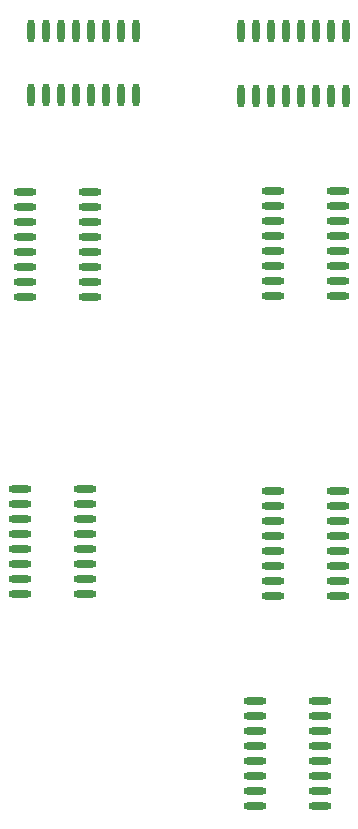
<source format=gbr>
%TF.GenerationSoftware,KiCad,Pcbnew,(6.0.4)*%
%TF.CreationDate,2022-08-09T11:31:43-04:00*%
%TF.ProjectId,pcb,7063622e-6b69-4636-9164-5f7063625858,rev?*%
%TF.SameCoordinates,Original*%
%TF.FileFunction,Paste,Top*%
%TF.FilePolarity,Positive*%
%FSLAX46Y46*%
G04 Gerber Fmt 4.6, Leading zero omitted, Abs format (unit mm)*
G04 Created by KiCad (PCBNEW (6.0.4)) date 2022-08-09 11:31:43*
%MOMM*%
%LPD*%
G01*
G04 APERTURE LIST*
%ADD10O,1.970993X0.602007*%
%ADD11O,0.602007X1.970993*%
G04 APERTURE END LIST*
D10*
%TO.C,U2*%
X82557101Y-117449600D03*
X82557101Y-118719603D03*
X82557101Y-119989605D03*
X82557101Y-121259608D03*
X82557101Y-122529610D03*
X82557101Y-123799613D03*
X82557101Y-125069615D03*
X82557101Y-126339618D03*
X88028271Y-126339618D03*
X88028271Y-125069615D03*
X88028271Y-123799613D03*
X88028271Y-122529610D03*
X88028271Y-121259608D03*
X88028271Y-119989605D03*
X88028271Y-118719603D03*
X88028271Y-117449600D03*
%TD*%
D11*
%TO.C,U5*%
X110159809Y-78671019D03*
X108889806Y-78671019D03*
X107619804Y-78671019D03*
X106349801Y-78671019D03*
X105079799Y-78671019D03*
X103809796Y-78671019D03*
X102539794Y-78671019D03*
X101269791Y-78671019D03*
X101269791Y-84142189D03*
X102539794Y-84142189D03*
X103809796Y-84142189D03*
X105079799Y-84142189D03*
X106349801Y-84142189D03*
X107619804Y-84142189D03*
X108889806Y-84142189D03*
X110159809Y-84142189D03*
%TD*%
%TO.C,U4*%
X92379809Y-78646015D03*
X91109806Y-78646015D03*
X89839804Y-78646015D03*
X88569801Y-78646015D03*
X87299799Y-78646015D03*
X86029796Y-78646015D03*
X84759794Y-78646015D03*
X83489791Y-78646015D03*
X83489791Y-84117185D03*
X84759794Y-84117185D03*
X86029796Y-84117185D03*
X87299799Y-84117185D03*
X88569801Y-84117185D03*
X89839804Y-84117185D03*
X91109806Y-84117185D03*
X92379809Y-84117185D03*
%TD*%
D10*
%TO.C,U1*%
X102471215Y-135356591D03*
X102471215Y-136626594D03*
X102471215Y-137896596D03*
X102471215Y-139166599D03*
X102471215Y-140436601D03*
X102471215Y-141706604D03*
X102471215Y-142976606D03*
X102471215Y-144246609D03*
X107942385Y-144246609D03*
X107942385Y-142976606D03*
X107942385Y-141706604D03*
X107942385Y-140436601D03*
X107942385Y-139166599D03*
X107942385Y-137896596D03*
X107942385Y-136626594D03*
X107942385Y-135356591D03*
%TD*%
%TO.C,U7*%
X109466385Y-126466609D03*
X109466385Y-125196606D03*
X109466385Y-123926604D03*
X109466385Y-122656601D03*
X109466385Y-121386599D03*
X109466385Y-120116596D03*
X109466385Y-118846594D03*
X109466385Y-117576591D03*
X103995215Y-117576591D03*
X103995215Y-118846594D03*
X103995215Y-120116596D03*
X103995215Y-121386599D03*
X103995215Y-122656601D03*
X103995215Y-123926604D03*
X103995215Y-125196606D03*
X103995215Y-126466609D03*
%TD*%
%TO.C,U6*%
X109466385Y-101066609D03*
X109466385Y-99796606D03*
X109466385Y-98526604D03*
X109466385Y-97256601D03*
X109466385Y-95986599D03*
X109466385Y-94716596D03*
X109466385Y-93446594D03*
X109466385Y-92176591D03*
X103995215Y-92176591D03*
X103995215Y-93446594D03*
X103995215Y-94716596D03*
X103995215Y-95986599D03*
X103995215Y-97256601D03*
X103995215Y-98526604D03*
X103995215Y-99796606D03*
X103995215Y-101066609D03*
%TD*%
%TO.C,U3*%
X82971630Y-92303587D03*
X82971630Y-93573590D03*
X82971630Y-94843592D03*
X82971630Y-96113595D03*
X82971630Y-97383597D03*
X82971630Y-98653600D03*
X82971630Y-99923602D03*
X82971630Y-101193605D03*
X88442800Y-101193605D03*
X88442800Y-99923602D03*
X88442800Y-98653600D03*
X88442800Y-97383597D03*
X88442800Y-96113595D03*
X88442800Y-94843592D03*
X88442800Y-93573590D03*
X88442800Y-92303587D03*
%TD*%
M02*

</source>
